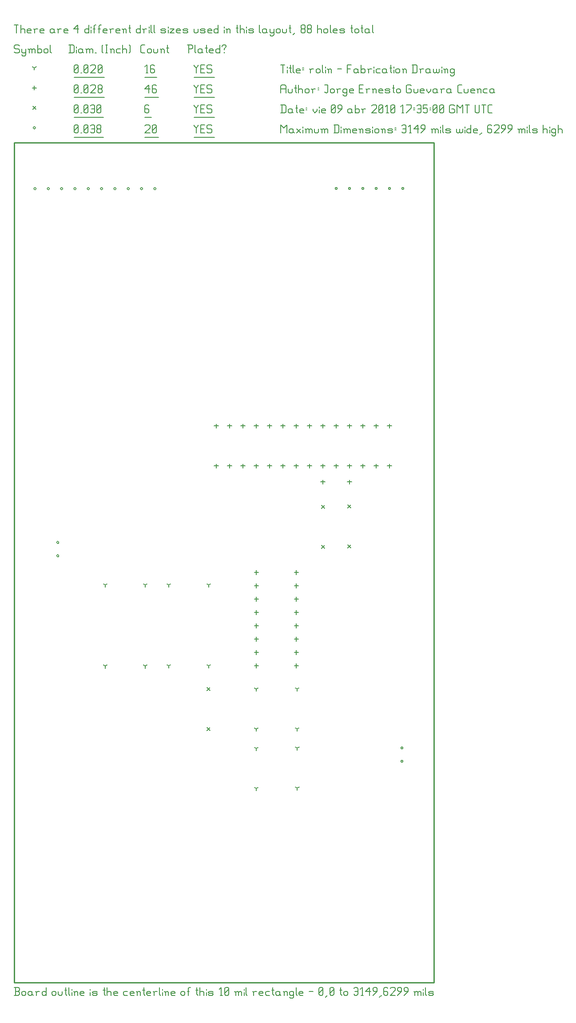
<source format=gbr>
G04 start of page 8 for group -3984 idx -3984 *
G04 Title: rolin, fab *
G04 Creator: pcb 20091103 *
G04 CreationDate: vie 09 abr 2010 17:35:00 GMT UTC *
G04 For: jegc *
G04 Format: Gerber/RS-274X *
G04 PCB-Dimensions: 314961 629921 *
G04 PCB-Coordinate-Origin: lower left *
%MOIN*%
%FSLAX25Y25*%
%LNFAB*%
%ADD19C,0.0100*%
%ADD23C,0.0080*%
%ADD24C,0.0060*%
G54D23*X31759Y330117D02*G75*G03X33359Y330117I800J0D01*G01*
G75*G03X31759Y330117I-800J0D01*G01*
Y320117D02*G75*G03X33359Y320117I800J0D01*G01*
G75*G03X31759Y320117I-800J0D01*G01*
X290027Y176023D02*G75*G03X291627Y176023I800J0D01*G01*
G75*G03X290027Y176023I-800J0D01*G01*
Y166023D02*G75*G03X291627Y166023I800J0D01*G01*
G75*G03X290027Y166023I-800J0D01*G01*
X240736Y595630D02*G75*G03X242336Y595630I800J0D01*G01*
G75*G03X240736Y595630I-800J0D01*G01*
X250736D02*G75*G03X252336Y595630I800J0D01*G01*
G75*G03X250736Y595630I-800J0D01*G01*
X260736D02*G75*G03X262336Y595630I800J0D01*G01*
G75*G03X260736Y595630I-800J0D01*G01*
X270736D02*G75*G03X272336Y595630I800J0D01*G01*
G75*G03X270736Y595630I-800J0D01*G01*
X280736D02*G75*G03X282336Y595630I800J0D01*G01*
G75*G03X280736Y595630I-800J0D01*G01*
X290736D02*G75*G03X292336Y595630I800J0D01*G01*
G75*G03X290736Y595630I-800J0D01*G01*
X104673Y595512D02*G75*G03X106273Y595512I800J0D01*G01*
G75*G03X104673Y595512I-800J0D01*G01*
X94673D02*G75*G03X96273Y595512I800J0D01*G01*
G75*G03X94673Y595512I-800J0D01*G01*
X84673D02*G75*G03X86273Y595512I800J0D01*G01*
G75*G03X84673Y595512I-800J0D01*G01*
X74673D02*G75*G03X76273Y595512I800J0D01*G01*
G75*G03X74673Y595512I-800J0D01*G01*
X64673D02*G75*G03X66273Y595512I800J0D01*G01*
G75*G03X64673Y595512I-800J0D01*G01*
X54673D02*G75*G03X56273Y595512I800J0D01*G01*
G75*G03X54673Y595512I-800J0D01*G01*
X44673D02*G75*G03X46273Y595512I800J0D01*G01*
G75*G03X44673Y595512I-800J0D01*G01*
X34673D02*G75*G03X36273Y595512I800J0D01*G01*
G75*G03X34673Y595512I-800J0D01*G01*
X24673D02*G75*G03X26273Y595512I800J0D01*G01*
G75*G03X24673Y595512I-800J0D01*G01*
X14673D02*G75*G03X16273Y595512I800J0D01*G01*
G75*G03X14673Y595512I-800J0D01*G01*
X14200Y641171D02*G75*G03X15800Y641171I800J0D01*G01*
G75*G03X14200Y641171I-800J0D01*G01*
G54D24*X135000Y643421D02*Y642671D01*
X136500Y641171D01*
X138000Y642671D01*
Y643421D02*Y642671D01*
X136500Y641171D02*Y637421D01*
X139801Y640421D02*X142051D01*
X139801Y637421D02*X142801D01*
X139801Y643421D02*Y637421D01*
Y643421D02*X142801D01*
X147603D02*X148353Y642671D01*
X145353Y643421D02*X147603D01*
X144603Y642671D02*X145353Y643421D01*
X144603Y642671D02*Y641171D01*
X145353Y640421D01*
X147603D01*
X148353Y639671D01*
Y638171D01*
X147603Y637421D02*X148353Y638171D01*
X145353Y637421D02*X147603D01*
X144603Y638171D02*X145353Y637421D01*
X135000Y634170D02*X150154D01*
X98000Y642671D02*X98750Y643421D01*
X101000D01*
X101750Y642671D01*
Y641171D01*
X98000Y637421D02*X101750Y641171D01*
X98000Y637421D02*X101750D01*
X103551Y638171D02*X104301Y637421D01*
X103551Y642671D02*Y638171D01*
Y642671D02*X104301Y643421D01*
X105801D01*
X106551Y642671D01*
Y638171D01*
X105801Y637421D02*X106551Y638171D01*
X104301Y637421D02*X105801D01*
X103551Y638921D02*X106551Y641921D01*
X98000Y634170D02*X108353D01*
X45000Y638171D02*X45750Y637421D01*
X45000Y642671D02*Y638171D01*
Y642671D02*X45750Y643421D01*
X47250D01*
X48000Y642671D01*
Y638171D01*
X47250Y637421D02*X48000Y638171D01*
X45750Y637421D02*X47250D01*
X45000Y638921D02*X48000Y641921D01*
X49801Y637421D02*X50551D01*
X52353Y638171D02*X53103Y637421D01*
X52353Y642671D02*Y638171D01*
Y642671D02*X53103Y643421D01*
X54603D01*
X55353Y642671D01*
Y638171D01*
X54603Y637421D02*X55353Y638171D01*
X53103Y637421D02*X54603D01*
X52353Y638921D02*X55353Y641921D01*
X57154Y642671D02*X57904Y643421D01*
X59404D01*
X60154Y642671D01*
Y638171D01*
X59404Y637421D02*X60154Y638171D01*
X57904Y637421D02*X59404D01*
X57154Y638171D02*X57904Y637421D01*
Y640421D02*X60154D01*
X61956Y638171D02*X62706Y637421D01*
X61956Y639671D02*Y638171D01*
Y639671D02*X62706Y640421D01*
X64206D01*
X64956Y639671D01*
Y638171D01*
X64206Y637421D02*X64956Y638171D01*
X62706Y637421D02*X64206D01*
X61956Y641171D02*X62706Y640421D01*
X61956Y642671D02*Y641171D01*
Y642671D02*X62706Y643421D01*
X64206D01*
X64956Y642671D01*
Y641171D01*
X64206Y640421D02*X64956Y641171D01*
X45000Y634170D02*X66757D01*
X230429Y358166D02*X232829Y355766D01*
X230429D02*X232829Y358166D01*
X230429Y328166D02*X232829Y325766D01*
X230429D02*X232829Y328166D01*
X250239Y358258D02*X252639Y355858D01*
X250239D02*X252639Y358258D01*
X250239Y328258D02*X252639Y325858D01*
X250239D02*X252639Y328258D01*
X144472Y221317D02*X146872Y218917D01*
X144472D02*X146872Y221317D01*
X144472Y191317D02*X146872Y188917D01*
X144472D02*X146872Y191317D01*
X13800Y657371D02*X16200Y654971D01*
X13800D02*X16200Y657371D01*
X135000Y658421D02*Y657671D01*
X136500Y656171D01*
X138000Y657671D01*
Y658421D02*Y657671D01*
X136500Y656171D02*Y652421D01*
X139801Y655421D02*X142051D01*
X139801Y652421D02*X142801D01*
X139801Y658421D02*Y652421D01*
Y658421D02*X142801D01*
X147603D02*X148353Y657671D01*
X145353Y658421D02*X147603D01*
X144603Y657671D02*X145353Y658421D01*
X144603Y657671D02*Y656171D01*
X145353Y655421D01*
X147603D01*
X148353Y654671D01*
Y653171D01*
X147603Y652421D02*X148353Y653171D01*
X145353Y652421D02*X147603D01*
X144603Y653171D02*X145353Y652421D01*
X135000Y649170D02*X150154D01*
X100250Y658421D02*X101000Y657671D01*
X98750Y658421D02*X100250D01*
X98000Y657671D02*X98750Y658421D01*
X98000Y657671D02*Y653171D01*
X98750Y652421D01*
X100250Y655421D02*X101000Y654671D01*
X98000Y655421D02*X100250D01*
X98750Y652421D02*X100250D01*
X101000Y653171D01*
Y654671D02*Y653171D01*
X98000Y649170D02*X102801D01*
X45000Y653171D02*X45750Y652421D01*
X45000Y657671D02*Y653171D01*
Y657671D02*X45750Y658421D01*
X47250D01*
X48000Y657671D01*
Y653171D01*
X47250Y652421D02*X48000Y653171D01*
X45750Y652421D02*X47250D01*
X45000Y653921D02*X48000Y656921D01*
X49801Y652421D02*X50551D01*
X52353Y653171D02*X53103Y652421D01*
X52353Y657671D02*Y653171D01*
Y657671D02*X53103Y658421D01*
X54603D01*
X55353Y657671D01*
Y653171D01*
X54603Y652421D02*X55353Y653171D01*
X53103Y652421D02*X54603D01*
X52353Y653921D02*X55353Y656921D01*
X57154Y657671D02*X57904Y658421D01*
X59404D01*
X60154Y657671D01*
Y653171D01*
X59404Y652421D02*X60154Y653171D01*
X57904Y652421D02*X59404D01*
X57154Y653171D02*X57904Y652421D01*
Y655421D02*X60154D01*
X61956Y653171D02*X62706Y652421D01*
X61956Y657671D02*Y653171D01*
Y657671D02*X62706Y658421D01*
X64206D01*
X64956Y657671D01*
Y653171D01*
X64206Y652421D02*X64956Y653171D01*
X62706Y652421D02*X64206D01*
X61956Y653921D02*X64956Y656921D01*
X45000Y649170D02*X66757D01*
X181655Y309197D02*Y305997D01*
X180055Y307597D02*X183255D01*
X181655Y299197D02*Y295997D01*
X180055Y297597D02*X183255D01*
X181655Y289197D02*Y285997D01*
X180055Y287597D02*X183255D01*
X181655Y279197D02*Y275997D01*
X180055Y277597D02*X183255D01*
X181655Y269197D02*Y265997D01*
X180055Y267597D02*X183255D01*
X181655Y259197D02*Y255997D01*
X180055Y257597D02*X183255D01*
X181655Y249197D02*Y245997D01*
X180055Y247597D02*X183255D01*
X181655Y239197D02*Y235997D01*
X180055Y237597D02*X183255D01*
X211655Y239197D02*Y235997D01*
X210055Y237597D02*X213255D01*
X211655Y249197D02*Y245997D01*
X210055Y247597D02*X213255D01*
X211655Y259197D02*Y255997D01*
X210055Y257597D02*X213255D01*
X211655Y269197D02*Y265997D01*
X210055Y267597D02*X213255D01*
X211655Y279197D02*Y275997D01*
X210055Y277597D02*X213255D01*
X211655Y289197D02*Y285997D01*
X210055Y287597D02*X213255D01*
X211655Y299197D02*Y295997D01*
X210055Y297597D02*X213255D01*
X211655Y309197D02*Y305997D01*
X210055Y307597D02*X213255D01*
X231550Y377136D02*Y373936D01*
X229950Y375536D02*X233150D01*
X251550Y377136D02*Y373936D01*
X249950Y375536D02*X253150D01*
X151576Y389169D02*Y385969D01*
X149976Y387569D02*X153176D01*
X161576Y389169D02*Y385969D01*
X159976Y387569D02*X163176D01*
X171576Y389169D02*Y385969D01*
X169976Y387569D02*X173176D01*
X181576Y389169D02*Y385969D01*
X179976Y387569D02*X183176D01*
X191576Y389169D02*Y385969D01*
X189976Y387569D02*X193176D01*
X201576Y389169D02*Y385969D01*
X199976Y387569D02*X203176D01*
X211576Y389169D02*Y385969D01*
X209976Y387569D02*X213176D01*
X221576Y389169D02*Y385969D01*
X219976Y387569D02*X223176D01*
X231576Y389169D02*Y385969D01*
X229976Y387569D02*X233176D01*
X231576Y419169D02*Y415969D01*
X229976Y417569D02*X233176D01*
X221576Y419169D02*Y415969D01*
X219976Y417569D02*X223176D01*
X211576Y419169D02*Y415969D01*
X209976Y417569D02*X213176D01*
X201576Y419169D02*Y415969D01*
X199976Y417569D02*X203176D01*
X191576Y419169D02*Y415969D01*
X189976Y417569D02*X193176D01*
X181576Y419169D02*Y415969D01*
X179976Y417569D02*X183176D01*
X171576Y419169D02*Y415969D01*
X169976Y417569D02*X173176D01*
X161576Y419169D02*Y415969D01*
X159976Y417569D02*X163176D01*
X151576Y419169D02*Y415969D01*
X149976Y417569D02*X153176D01*
X241576Y389169D02*Y385969D01*
X239976Y387569D02*X243176D01*
X251576Y389169D02*Y385969D01*
X249976Y387569D02*X253176D01*
X261576Y389169D02*Y385969D01*
X259976Y387569D02*X263176D01*
X271576Y389169D02*Y385969D01*
X269976Y387569D02*X273176D01*
X281576Y389169D02*Y385969D01*
X279976Y387569D02*X283176D01*
X241576Y419169D02*Y415969D01*
X239976Y417569D02*X243176D01*
X251576Y419169D02*Y415969D01*
X249976Y417569D02*X253176D01*
X261576Y419169D02*Y415969D01*
X259976Y417569D02*X263176D01*
X271576Y419169D02*Y415969D01*
X269976Y417569D02*X273176D01*
X281576Y419169D02*Y415969D01*
X279976Y417569D02*X283176D01*
X15000Y672771D02*Y669571D01*
X13400Y671171D02*X16600D01*
X135000Y673421D02*Y672671D01*
X136500Y671171D01*
X138000Y672671D01*
Y673421D02*Y672671D01*
X136500Y671171D02*Y667421D01*
X139801Y670421D02*X142051D01*
X139801Y667421D02*X142801D01*
X139801Y673421D02*Y667421D01*
Y673421D02*X142801D01*
X147603D02*X148353Y672671D01*
X145353Y673421D02*X147603D01*
X144603Y672671D02*X145353Y673421D01*
X144603Y672671D02*Y671171D01*
X145353Y670421D01*
X147603D01*
X148353Y669671D01*
Y668171D01*
X147603Y667421D02*X148353Y668171D01*
X145353Y667421D02*X147603D01*
X144603Y668171D02*X145353Y667421D01*
X135000Y664170D02*X150154D01*
X98000Y670421D02*X101000Y673421D01*
X98000Y670421D02*X101750D01*
X101000Y673421D02*Y667421D01*
X105801Y673421D02*X106551Y672671D01*
X104301Y673421D02*X105801D01*
X103551Y672671D02*X104301Y673421D01*
X103551Y672671D02*Y668171D01*
X104301Y667421D01*
X105801Y670421D02*X106551Y669671D01*
X103551Y670421D02*X105801D01*
X104301Y667421D02*X105801D01*
X106551Y668171D01*
Y669671D02*Y668171D01*
X98000Y664170D02*X108353D01*
X45000Y668171D02*X45750Y667421D01*
X45000Y672671D02*Y668171D01*
Y672671D02*X45750Y673421D01*
X47250D01*
X48000Y672671D01*
Y668171D01*
X47250Y667421D02*X48000Y668171D01*
X45750Y667421D02*X47250D01*
X45000Y668921D02*X48000Y671921D01*
X49801Y667421D02*X50551D01*
X52353Y668171D02*X53103Y667421D01*
X52353Y672671D02*Y668171D01*
Y672671D02*X53103Y673421D01*
X54603D01*
X55353Y672671D01*
Y668171D01*
X54603Y667421D02*X55353Y668171D01*
X53103Y667421D02*X54603D01*
X52353Y668921D02*X55353Y671921D01*
X57154Y672671D02*X57904Y673421D01*
X60154D01*
X60904Y672671D01*
Y671171D01*
X57154Y667421D02*X60904Y671171D01*
X57154Y667421D02*X60904D01*
X62706Y668171D02*X63456Y667421D01*
X62706Y669671D02*Y668171D01*
Y669671D02*X63456Y670421D01*
X64956D01*
X65706Y669671D01*
Y668171D01*
X64956Y667421D02*X65706Y668171D01*
X63456Y667421D02*X64956D01*
X62706Y671171D02*X63456Y670421D01*
X62706Y672671D02*Y671171D01*
Y672671D02*X63456Y673421D01*
X64956D01*
X65706Y672671D01*
Y671171D01*
X64956Y670421D02*X65706Y671171D01*
X45000Y664170D02*X67507D01*
X181493Y220123D02*Y218523D01*
Y220123D02*X182879Y220923D01*
X181493Y220123D02*X180107Y220923D01*
X181493Y190123D02*Y188523D01*
Y190123D02*X182879Y190923D01*
X181493Y190123D02*X180107Y190923D01*
X212322Y175909D02*Y174309D01*
Y175909D02*X213708Y176709D01*
X212322Y175909D02*X210936Y176709D01*
X212322Y145909D02*Y144309D01*
Y145909D02*X213708Y146709D01*
X212322Y145909D02*X210936Y146709D01*
X145865Y237519D02*Y235919D01*
Y237519D02*X147251Y238319D01*
X145865Y237519D02*X144479Y238319D01*
X115865Y237519D02*Y235919D01*
Y237519D02*X117251Y238319D01*
X115865Y237519D02*X114479Y238319D01*
X98229Y237441D02*Y235841D01*
Y237441D02*X99615Y238241D01*
X98229Y237441D02*X96843Y238241D01*
X68229Y237441D02*Y235841D01*
Y237441D02*X69615Y238241D01*
X68229Y237441D02*X66843Y238241D01*
X212281Y220320D02*Y218720D01*
Y220320D02*X213667Y221120D01*
X212281Y220320D02*X210895Y221120D01*
X212281Y190320D02*Y188720D01*
Y190320D02*X213667Y191120D01*
X212281Y190320D02*X210895Y191120D01*
X145828Y298228D02*Y296628D01*
Y298228D02*X147214Y299028D01*
X145828Y298228D02*X144442Y299028D01*
X115828Y298228D02*Y296628D01*
Y298228D02*X117214Y299028D01*
X115828Y298228D02*X114442Y299028D01*
X98190Y298268D02*Y296668D01*
Y298268D02*X99576Y299068D01*
X98190Y298268D02*X96804Y299068D01*
X68190Y298268D02*Y296668D01*
Y298268D02*X69576Y299068D01*
X68190Y298268D02*X66804Y299068D01*
X181492Y175556D02*Y173956D01*
Y175556D02*X182878Y176356D01*
X181492Y175556D02*X180106Y176356D01*
X181492Y145556D02*Y143956D01*
Y145556D02*X182878Y146356D01*
X181492Y145556D02*X180106Y146356D01*
X15000Y686171D02*Y684571D01*
Y686171D02*X16386Y686971D01*
X15000Y686171D02*X13614Y686971D01*
X135000Y688421D02*Y687671D01*
X136500Y686171D01*
X138000Y687671D01*
Y688421D02*Y687671D01*
X136500Y686171D02*Y682421D01*
X139801Y685421D02*X142051D01*
X139801Y682421D02*X142801D01*
X139801Y688421D02*Y682421D01*
Y688421D02*X142801D01*
X147603D02*X148353Y687671D01*
X145353Y688421D02*X147603D01*
X144603Y687671D02*X145353Y688421D01*
X144603Y687671D02*Y686171D01*
X145353Y685421D01*
X147603D01*
X148353Y684671D01*
Y683171D01*
X147603Y682421D02*X148353Y683171D01*
X145353Y682421D02*X147603D01*
X144603Y683171D02*X145353Y682421D01*
X135000Y679170D02*X150154D01*
X98750Y682421D02*X100250D01*
X99500Y688421D02*Y682421D01*
X98000Y686921D02*X99500Y688421D01*
X104301D02*X105051Y687671D01*
X102801Y688421D02*X104301D01*
X102051Y687671D02*X102801Y688421D01*
X102051Y687671D02*Y683171D01*
X102801Y682421D01*
X104301Y685421D02*X105051Y684671D01*
X102051Y685421D02*X104301D01*
X102801Y682421D02*X104301D01*
X105051Y683171D01*
Y684671D02*Y683171D01*
X98000Y679170D02*X106853D01*
X45000Y683171D02*X45750Y682421D01*
X45000Y687671D02*Y683171D01*
Y687671D02*X45750Y688421D01*
X47250D01*
X48000Y687671D01*
Y683171D01*
X47250Y682421D02*X48000Y683171D01*
X45750Y682421D02*X47250D01*
X45000Y683921D02*X48000Y686921D01*
X49801Y682421D02*X50551D01*
X52353Y683171D02*X53103Y682421D01*
X52353Y687671D02*Y683171D01*
Y687671D02*X53103Y688421D01*
X54603D01*
X55353Y687671D01*
Y683171D01*
X54603Y682421D02*X55353Y683171D01*
X53103Y682421D02*X54603D01*
X52353Y683921D02*X55353Y686921D01*
X57154Y687671D02*X57904Y688421D01*
X60154D01*
X60904Y687671D01*
Y686171D01*
X57154Y682421D02*X60904Y686171D01*
X57154Y682421D02*X60904D01*
X62706Y683171D02*X63456Y682421D01*
X62706Y687671D02*Y683171D01*
Y687671D02*X63456Y688421D01*
X64956D01*
X65706Y687671D01*
Y683171D01*
X64956Y682421D02*X65706Y683171D01*
X63456Y682421D02*X64956D01*
X62706Y683921D02*X65706Y686921D01*
X45000Y679170D02*X67507D01*
X3000Y703421D02*X3750Y702671D01*
X750Y703421D02*X3000D01*
X0Y702671D02*X750Y703421D01*
X0Y702671D02*Y701171D01*
X750Y700421D01*
X3000D01*
X3750Y699671D01*
Y698171D01*
X3000Y697421D02*X3750Y698171D01*
X750Y697421D02*X3000D01*
X0Y698171D02*X750Y697421D01*
X5551Y700421D02*Y698171D01*
X6301Y697421D01*
X8551Y700421D02*Y695921D01*
X7801Y695171D02*X8551Y695921D01*
X6301Y695171D02*X7801D01*
X5551Y695921D02*X6301Y695171D01*
Y697421D02*X7801D01*
X8551Y698171D01*
X11103Y699671D02*Y697421D01*
Y699671D02*X11853Y700421D01*
X12603D01*
X13353Y699671D01*
Y697421D01*
Y699671D02*X14103Y700421D01*
X14853D01*
X15603Y699671D01*
Y697421D01*
X10353Y700421D02*X11103Y699671D01*
X17404Y703421D02*Y697421D01*
Y698171D02*X18154Y697421D01*
X19654D01*
X20404Y698171D01*
Y699671D02*Y698171D01*
X19654Y700421D02*X20404Y699671D01*
X18154Y700421D02*X19654D01*
X17404Y699671D02*X18154Y700421D01*
X22206Y699671D02*Y698171D01*
Y699671D02*X22956Y700421D01*
X24456D01*
X25206Y699671D01*
Y698171D01*
X24456Y697421D02*X25206Y698171D01*
X22956Y697421D02*X24456D01*
X22206Y698171D02*X22956Y697421D01*
X27007Y703421D02*Y698171D01*
X27757Y697421D01*
X41750Y703421D02*Y697421D01*
X44000Y703421D02*X44750Y702671D01*
Y698171D01*
X44000Y697421D02*X44750Y698171D01*
X41000Y697421D02*X44000D01*
X41000Y703421D02*X44000D01*
X46551Y701921D02*Y701171D01*
Y699671D02*Y697421D01*
X50303Y700421D02*X51053Y699671D01*
X48803Y700421D02*X50303D01*
X48053Y699671D02*X48803Y700421D01*
X48053Y699671D02*Y698171D01*
X48803Y697421D01*
X51053Y700421D02*Y698171D01*
X51803Y697421D01*
X48803D02*X50303D01*
X51053Y698171D01*
X54354Y699671D02*Y697421D01*
Y699671D02*X55104Y700421D01*
X55854D01*
X56604Y699671D01*
Y697421D01*
Y699671D02*X57354Y700421D01*
X58104D01*
X58854Y699671D01*
Y697421D01*
X53604Y700421D02*X54354Y699671D01*
X60656Y697421D02*X61406D01*
X65907Y698171D02*X66657Y697421D01*
X65907Y702671D02*X66657Y703421D01*
X65907Y702671D02*Y698171D01*
X68459Y703421D02*X69959D01*
X69209D02*Y697421D01*
X68459D02*X69959D01*
X72510Y699671D02*Y697421D01*
Y699671D02*X73260Y700421D01*
X74010D01*
X74760Y699671D01*
Y697421D01*
X71760Y700421D02*X72510Y699671D01*
X77312Y700421D02*X79562D01*
X76562Y699671D02*X77312Y700421D01*
X76562Y699671D02*Y698171D01*
X77312Y697421D01*
X79562D01*
X81363Y703421D02*Y697421D01*
Y699671D02*X82113Y700421D01*
X83613D01*
X84363Y699671D01*
Y697421D01*
X86165Y703421D02*X86915Y702671D01*
Y698171D01*
X86165Y697421D02*X86915Y698171D01*
X95750Y697421D02*X98000D01*
X95000Y698171D02*X95750Y697421D01*
X95000Y702671D02*Y698171D01*
Y702671D02*X95750Y703421D01*
X98000D01*
X99801Y699671D02*Y698171D01*
Y699671D02*X100551Y700421D01*
X102051D01*
X102801Y699671D01*
Y698171D01*
X102051Y697421D02*X102801Y698171D01*
X100551Y697421D02*X102051D01*
X99801Y698171D02*X100551Y697421D01*
X104603Y700421D02*Y698171D01*
X105353Y697421D01*
X106853D01*
X107603Y698171D01*
Y700421D02*Y698171D01*
X110154Y699671D02*Y697421D01*
Y699671D02*X110904Y700421D01*
X111654D01*
X112404Y699671D01*
Y697421D01*
X109404Y700421D02*X110154Y699671D01*
X114956Y703421D02*Y698171D01*
X115706Y697421D01*
X114206Y701171D02*X115706D01*
X130750Y703421D02*Y697421D01*
X130000Y703421D02*X133000D01*
X133750Y702671D01*
Y701171D01*
X133000Y700421D02*X133750Y701171D01*
X130750Y700421D02*X133000D01*
X135551Y703421D02*Y698171D01*
X136301Y697421D01*
X140053Y700421D02*X140803Y699671D01*
X138553Y700421D02*X140053D01*
X137803Y699671D02*X138553Y700421D01*
X137803Y699671D02*Y698171D01*
X138553Y697421D01*
X140803Y700421D02*Y698171D01*
X141553Y697421D01*
X138553D02*X140053D01*
X140803Y698171D01*
X144104Y703421D02*Y698171D01*
X144854Y697421D01*
X143354Y701171D02*X144854D01*
X147106Y697421D02*X149356D01*
X146356Y698171D02*X147106Y697421D01*
X146356Y699671D02*Y698171D01*
Y699671D02*X147106Y700421D01*
X148606D01*
X149356Y699671D01*
X146356Y698921D02*X149356D01*
Y699671D02*Y698921D01*
X154157Y703421D02*Y697421D01*
X153407D02*X154157Y698171D01*
X151907Y697421D02*X153407D01*
X151157Y698171D02*X151907Y697421D01*
X151157Y699671D02*Y698171D01*
Y699671D02*X151907Y700421D01*
X153407D01*
X154157Y699671D01*
X157459Y700421D02*Y699671D01*
Y698171D02*Y697421D01*
X155959Y702671D02*Y701921D01*
Y702671D02*X156709Y703421D01*
X158209D01*
X158959Y702671D01*
Y701921D01*
X157459Y700421D02*X158959Y701921D01*
X0Y718421D02*X3000D01*
X1500D02*Y712421D01*
X4801Y718421D02*Y712421D01*
Y714671D02*X5551Y715421D01*
X7051D01*
X7801Y714671D01*
Y712421D01*
X10353D02*X12603D01*
X9603Y713171D02*X10353Y712421D01*
X9603Y714671D02*Y713171D01*
Y714671D02*X10353Y715421D01*
X11853D01*
X12603Y714671D01*
X9603Y713921D02*X12603D01*
Y714671D02*Y713921D01*
X15154Y714671D02*Y712421D01*
Y714671D02*X15904Y715421D01*
X17404D01*
X14404D02*X15154Y714671D01*
X19956Y712421D02*X22206D01*
X19206Y713171D02*X19956Y712421D01*
X19206Y714671D02*Y713171D01*
Y714671D02*X19956Y715421D01*
X21456D01*
X22206Y714671D01*
X19206Y713921D02*X22206D01*
Y714671D02*Y713921D01*
X28957Y715421D02*X29707Y714671D01*
X27457Y715421D02*X28957D01*
X26707Y714671D02*X27457Y715421D01*
X26707Y714671D02*Y713171D01*
X27457Y712421D01*
X29707Y715421D02*Y713171D01*
X30457Y712421D01*
X27457D02*X28957D01*
X29707Y713171D01*
X33009Y714671D02*Y712421D01*
Y714671D02*X33759Y715421D01*
X35259D01*
X32259D02*X33009Y714671D01*
X37810Y712421D02*X40060D01*
X37060Y713171D02*X37810Y712421D01*
X37060Y714671D02*Y713171D01*
Y714671D02*X37810Y715421D01*
X39310D01*
X40060Y714671D01*
X37060Y713921D02*X40060D01*
Y714671D02*Y713921D01*
X44562Y715421D02*X47562Y718421D01*
X44562Y715421D02*X48312D01*
X47562Y718421D02*Y712421D01*
X55813Y718421D02*Y712421D01*
X55063D02*X55813Y713171D01*
X53563Y712421D02*X55063D01*
X52813Y713171D02*X53563Y712421D01*
X52813Y714671D02*Y713171D01*
Y714671D02*X53563Y715421D01*
X55063D01*
X55813Y714671D01*
X57615Y716921D02*Y716171D01*
Y714671D02*Y712421D01*
X59866Y717671D02*Y712421D01*
Y717671D02*X60616Y718421D01*
X61366D01*
X59116Y715421D02*X60616D01*
X63618Y717671D02*Y712421D01*
Y717671D02*X64368Y718421D01*
X65118D01*
X62868Y715421D02*X64368D01*
X67369Y712421D02*X69619D01*
X66619Y713171D02*X67369Y712421D01*
X66619Y714671D02*Y713171D01*
Y714671D02*X67369Y715421D01*
X68869D01*
X69619Y714671D01*
X66619Y713921D02*X69619D01*
Y714671D02*Y713921D01*
X72171Y714671D02*Y712421D01*
Y714671D02*X72921Y715421D01*
X74421D01*
X71421D02*X72171Y714671D01*
X76972Y712421D02*X79222D01*
X76222Y713171D02*X76972Y712421D01*
X76222Y714671D02*Y713171D01*
Y714671D02*X76972Y715421D01*
X78472D01*
X79222Y714671D01*
X76222Y713921D02*X79222D01*
Y714671D02*Y713921D01*
X81774Y714671D02*Y712421D01*
Y714671D02*X82524Y715421D01*
X83274D01*
X84024Y714671D01*
Y712421D01*
X81024Y715421D02*X81774Y714671D01*
X86575Y718421D02*Y713171D01*
X87325Y712421D01*
X85825Y716171D02*X87325D01*
X94527Y718421D02*Y712421D01*
X93777D02*X94527Y713171D01*
X92277Y712421D02*X93777D01*
X91527Y713171D02*X92277Y712421D01*
X91527Y714671D02*Y713171D01*
Y714671D02*X92277Y715421D01*
X93777D01*
X94527Y714671D01*
X97078D02*Y712421D01*
Y714671D02*X97828Y715421D01*
X99328D01*
X96328D02*X97078Y714671D01*
X101130Y716921D02*Y716171D01*
Y714671D02*Y712421D01*
X102631Y718421D02*Y713171D01*
X103381Y712421D01*
X104883Y718421D02*Y713171D01*
X105633Y712421D01*
X110584D02*X112834D01*
X113584Y713171D01*
X112834Y713921D02*X113584Y713171D01*
X110584Y713921D02*X112834D01*
X109834Y714671D02*X110584Y713921D01*
X109834Y714671D02*X110584Y715421D01*
X112834D01*
X113584Y714671D01*
X109834Y713171D02*X110584Y712421D01*
X115386Y716921D02*Y716171D01*
Y714671D02*Y712421D01*
X116887Y715421D02*X119887D01*
X116887Y712421D02*X119887Y715421D01*
X116887Y712421D02*X119887D01*
X122439D02*X124689D01*
X121689Y713171D02*X122439Y712421D01*
X121689Y714671D02*Y713171D01*
Y714671D02*X122439Y715421D01*
X123939D01*
X124689Y714671D01*
X121689Y713921D02*X124689D01*
Y714671D02*Y713921D01*
X127240Y712421D02*X129490D01*
X130240Y713171D01*
X129490Y713921D02*X130240Y713171D01*
X127240Y713921D02*X129490D01*
X126490Y714671D02*X127240Y713921D01*
X126490Y714671D02*X127240Y715421D01*
X129490D01*
X130240Y714671D01*
X126490Y713171D02*X127240Y712421D01*
X134742Y715421D02*Y713171D01*
X135492Y712421D01*
X136992D01*
X137742Y713171D01*
Y715421D02*Y713171D01*
X140293Y712421D02*X142543D01*
X143293Y713171D01*
X142543Y713921D02*X143293Y713171D01*
X140293Y713921D02*X142543D01*
X139543Y714671D02*X140293Y713921D01*
X139543Y714671D02*X140293Y715421D01*
X142543D01*
X143293Y714671D01*
X139543Y713171D02*X140293Y712421D01*
X145845D02*X148095D01*
X145095Y713171D02*X145845Y712421D01*
X145095Y714671D02*Y713171D01*
Y714671D02*X145845Y715421D01*
X147345D01*
X148095Y714671D01*
X145095Y713921D02*X148095D01*
Y714671D02*Y713921D01*
X152896Y718421D02*Y712421D01*
X152146D02*X152896Y713171D01*
X150646Y712421D02*X152146D01*
X149896Y713171D02*X150646Y712421D01*
X149896Y714671D02*Y713171D01*
Y714671D02*X150646Y715421D01*
X152146D01*
X152896Y714671D01*
X157398Y716921D02*Y716171D01*
Y714671D02*Y712421D01*
X159649Y714671D02*Y712421D01*
Y714671D02*X160399Y715421D01*
X161149D01*
X161899Y714671D01*
Y712421D01*
X158899Y715421D02*X159649Y714671D01*
X167151Y718421D02*Y713171D01*
X167901Y712421D01*
X166401Y716171D02*X167901D01*
X169402Y718421D02*Y712421D01*
Y714671D02*X170152Y715421D01*
X171652D01*
X172402Y714671D01*
Y712421D01*
X174204Y716921D02*Y716171D01*
Y714671D02*Y712421D01*
X176455D02*X178705D01*
X179455Y713171D01*
X178705Y713921D02*X179455Y713171D01*
X176455Y713921D02*X178705D01*
X175705Y714671D02*X176455Y713921D01*
X175705Y714671D02*X176455Y715421D01*
X178705D01*
X179455Y714671D01*
X175705Y713171D02*X176455Y712421D01*
X183957Y718421D02*Y713171D01*
X184707Y712421D01*
X188458Y715421D02*X189208Y714671D01*
X186958Y715421D02*X188458D01*
X186208Y714671D02*X186958Y715421D01*
X186208Y714671D02*Y713171D01*
X186958Y712421D01*
X189208Y715421D02*Y713171D01*
X189958Y712421D01*
X186958D02*X188458D01*
X189208Y713171D01*
X191760Y715421D02*Y713171D01*
X192510Y712421D01*
X194760Y715421D02*Y710921D01*
X194010Y710171D02*X194760Y710921D01*
X192510Y710171D02*X194010D01*
X191760Y710921D02*X192510Y710171D01*
Y712421D02*X194010D01*
X194760Y713171D01*
X196561Y714671D02*Y713171D01*
Y714671D02*X197311Y715421D01*
X198811D01*
X199561Y714671D01*
Y713171D01*
X198811Y712421D02*X199561Y713171D01*
X197311Y712421D02*X198811D01*
X196561Y713171D02*X197311Y712421D01*
X201363Y715421D02*Y713171D01*
X202113Y712421D01*
X203613D01*
X204363Y713171D01*
Y715421D02*Y713171D01*
X206914Y718421D02*Y713171D01*
X207664Y712421D01*
X206164Y716171D02*X207664D01*
X209166Y710921D02*X210666Y712421D01*
X215167Y713171D02*X215917Y712421D01*
X215167Y714671D02*Y713171D01*
Y714671D02*X215917Y715421D01*
X217417D01*
X218167Y714671D01*
Y713171D01*
X217417Y712421D02*X218167Y713171D01*
X215917Y712421D02*X217417D01*
X215167Y716171D02*X215917Y715421D01*
X215167Y717671D02*Y716171D01*
Y717671D02*X215917Y718421D01*
X217417D01*
X218167Y717671D01*
Y716171D01*
X217417Y715421D02*X218167Y716171D01*
X219969Y713171D02*X220719Y712421D01*
X219969Y714671D02*Y713171D01*
Y714671D02*X220719Y715421D01*
X222219D01*
X222969Y714671D01*
Y713171D01*
X222219Y712421D02*X222969Y713171D01*
X220719Y712421D02*X222219D01*
X219969Y716171D02*X220719Y715421D01*
X219969Y717671D02*Y716171D01*
Y717671D02*X220719Y718421D01*
X222219D01*
X222969Y717671D01*
Y716171D01*
X222219Y715421D02*X222969Y716171D01*
X227470Y718421D02*Y712421D01*
Y714671D02*X228220Y715421D01*
X229720D01*
X230470Y714671D01*
Y712421D01*
X232272Y714671D02*Y713171D01*
Y714671D02*X233022Y715421D01*
X234522D01*
X235272Y714671D01*
Y713171D01*
X234522Y712421D02*X235272Y713171D01*
X233022Y712421D02*X234522D01*
X232272Y713171D02*X233022Y712421D01*
X237073Y718421D02*Y713171D01*
X237823Y712421D01*
X240075D02*X242325D01*
X239325Y713171D02*X240075Y712421D01*
X239325Y714671D02*Y713171D01*
Y714671D02*X240075Y715421D01*
X241575D01*
X242325Y714671D01*
X239325Y713921D02*X242325D01*
Y714671D02*Y713921D01*
X244876Y712421D02*X247126D01*
X247876Y713171D01*
X247126Y713921D02*X247876Y713171D01*
X244876Y713921D02*X247126D01*
X244126Y714671D02*X244876Y713921D01*
X244126Y714671D02*X244876Y715421D01*
X247126D01*
X247876Y714671D01*
X244126Y713171D02*X244876Y712421D01*
X253128Y718421D02*Y713171D01*
X253878Y712421D01*
X252378Y716171D02*X253878D01*
X255379Y714671D02*Y713171D01*
Y714671D02*X256129Y715421D01*
X257629D01*
X258379Y714671D01*
Y713171D01*
X257629Y712421D02*X258379Y713171D01*
X256129Y712421D02*X257629D01*
X255379Y713171D02*X256129Y712421D01*
X260931Y718421D02*Y713171D01*
X261681Y712421D01*
X260181Y716171D02*X261681D01*
X265432Y715421D02*X266182Y714671D01*
X263932Y715421D02*X265432D01*
X263182Y714671D02*X263932Y715421D01*
X263182Y714671D02*Y713171D01*
X263932Y712421D01*
X266182Y715421D02*Y713171D01*
X266932Y712421D01*
X263932D02*X265432D01*
X266182Y713171D01*
X268734Y718421D02*Y713171D01*
X269484Y712421D01*
G54D19*X0Y629921D02*X314961D01*
X0D02*Y0D01*
X314961Y629921D02*Y0D01*
X0D02*X314961D01*
G54D24*X200000Y643421D02*Y637421D01*
Y643421D02*X202250Y641171D01*
X204500Y643421D01*
Y637421D01*
X208551Y640421D02*X209301Y639671D01*
X207051Y640421D02*X208551D01*
X206301Y639671D02*X207051Y640421D01*
X206301Y639671D02*Y638171D01*
X207051Y637421D01*
X209301Y640421D02*Y638171D01*
X210051Y637421D01*
X207051D02*X208551D01*
X209301Y638171D01*
X211853Y640421D02*X214853Y637421D01*
X211853D02*X214853Y640421D01*
X216654Y641921D02*Y641171D01*
Y639671D02*Y637421D01*
X218906Y639671D02*Y637421D01*
Y639671D02*X219656Y640421D01*
X220406D01*
X221156Y639671D01*
Y637421D01*
Y639671D02*X221906Y640421D01*
X222656D01*
X223406Y639671D01*
Y637421D01*
X218156Y640421D02*X218906Y639671D01*
X225207Y640421D02*Y638171D01*
X225957Y637421D01*
X227457D01*
X228207Y638171D01*
Y640421D02*Y638171D01*
X230759Y639671D02*Y637421D01*
Y639671D02*X231509Y640421D01*
X232259D01*
X233009Y639671D01*
Y637421D01*
Y639671D02*X233759Y640421D01*
X234509D01*
X235259Y639671D01*
Y637421D01*
X230009Y640421D02*X230759Y639671D01*
X240510Y643421D02*Y637421D01*
X242760Y643421D02*X243510Y642671D01*
Y638171D01*
X242760Y637421D02*X243510Y638171D01*
X239760Y637421D02*X242760D01*
X239760Y643421D02*X242760D01*
X245312Y641921D02*Y641171D01*
Y639671D02*Y637421D01*
X247563Y639671D02*Y637421D01*
Y639671D02*X248313Y640421D01*
X249063D01*
X249813Y639671D01*
Y637421D01*
Y639671D02*X250563Y640421D01*
X251313D01*
X252063Y639671D01*
Y637421D01*
X246813Y640421D02*X247563Y639671D01*
X254615Y637421D02*X256865D01*
X253865Y638171D02*X254615Y637421D01*
X253865Y639671D02*Y638171D01*
Y639671D02*X254615Y640421D01*
X256115D01*
X256865Y639671D01*
X253865Y638921D02*X256865D01*
Y639671D02*Y638921D01*
X259416Y639671D02*Y637421D01*
Y639671D02*X260166Y640421D01*
X260916D01*
X261666Y639671D01*
Y637421D01*
X258666Y640421D02*X259416Y639671D01*
X264218Y637421D02*X266468D01*
X267218Y638171D01*
X266468Y638921D02*X267218Y638171D01*
X264218Y638921D02*X266468D01*
X263468Y639671D02*X264218Y638921D01*
X263468Y639671D02*X264218Y640421D01*
X266468D01*
X267218Y639671D01*
X263468Y638171D02*X264218Y637421D01*
X269019Y641921D02*Y641171D01*
Y639671D02*Y637421D01*
X270521Y639671D02*Y638171D01*
Y639671D02*X271271Y640421D01*
X272771D01*
X273521Y639671D01*
Y638171D01*
X272771Y637421D02*X273521Y638171D01*
X271271Y637421D02*X272771D01*
X270521Y638171D02*X271271Y637421D01*
X276072Y639671D02*Y637421D01*
Y639671D02*X276822Y640421D01*
X277572D01*
X278322Y639671D01*
Y637421D01*
X275322Y640421D02*X276072Y639671D01*
X280874Y637421D02*X283124D01*
X283874Y638171D01*
X283124Y638921D02*X283874Y638171D01*
X280874Y638921D02*X283124D01*
X280124Y639671D02*X280874Y638921D01*
X280124Y639671D02*X280874Y640421D01*
X283124D01*
X283874Y639671D01*
X280124Y638171D02*X280874Y637421D01*
X285675Y641171D02*X286425D01*
X285675Y639671D02*X286425D01*
X290927Y642671D02*X291677Y643421D01*
X293177D01*
X293927Y642671D01*
Y638171D01*
X293177Y637421D02*X293927Y638171D01*
X291677Y637421D02*X293177D01*
X290927Y638171D02*X291677Y637421D01*
Y640421D02*X293927D01*
X296478Y637421D02*X297978D01*
X297228Y643421D02*Y637421D01*
X295728Y641921D02*X297228Y643421D01*
X299780Y640421D02*X302780Y643421D01*
X299780Y640421D02*X303530D01*
X302780Y643421D02*Y637421D01*
X305331D02*X308331Y640421D01*
Y642671D02*Y640421D01*
X307581Y643421D02*X308331Y642671D01*
X306081Y643421D02*X307581D01*
X305331Y642671D02*X306081Y643421D01*
X305331Y642671D02*Y641171D01*
X306081Y640421D01*
X308331D01*
X313583Y639671D02*Y637421D01*
Y639671D02*X314333Y640421D01*
X315083D01*
X315833Y639671D01*
Y637421D01*
Y639671D02*X316583Y640421D01*
X317333D01*
X318083Y639671D01*
Y637421D01*
X312833Y640421D02*X313583Y639671D01*
X319884Y641921D02*Y641171D01*
Y639671D02*Y637421D01*
X321386Y643421D02*Y638171D01*
X322136Y637421D01*
X324387D02*X326637D01*
X327387Y638171D01*
X326637Y638921D02*X327387Y638171D01*
X324387Y638921D02*X326637D01*
X323637Y639671D02*X324387Y638921D01*
X323637Y639671D02*X324387Y640421D01*
X326637D01*
X327387Y639671D01*
X323637Y638171D02*X324387Y637421D01*
X331889Y640421D02*Y638171D01*
X332639Y637421D01*
X333389D01*
X334139Y638171D01*
Y640421D02*Y638171D01*
X334889Y637421D01*
X335639D01*
X336389Y638171D01*
Y640421D02*Y638171D01*
X338190Y641921D02*Y641171D01*
Y639671D02*Y637421D01*
X342692Y643421D02*Y637421D01*
X341942D02*X342692Y638171D01*
X340442Y637421D02*X341942D01*
X339692Y638171D02*X340442Y637421D01*
X339692Y639671D02*Y638171D01*
Y639671D02*X340442Y640421D01*
X341942D01*
X342692Y639671D01*
X345243Y637421D02*X347493D01*
X344493Y638171D02*X345243Y637421D01*
X344493Y639671D02*Y638171D01*
Y639671D02*X345243Y640421D01*
X346743D01*
X347493Y639671D01*
X344493Y638921D02*X347493D01*
Y639671D02*Y638921D01*
X349295Y635921D02*X350795Y637421D01*
X357546Y643421D02*X358296Y642671D01*
X356046Y643421D02*X357546D01*
X355296Y642671D02*X356046Y643421D01*
X355296Y642671D02*Y638171D01*
X356046Y637421D01*
X357546Y640421D02*X358296Y639671D01*
X355296Y640421D02*X357546D01*
X356046Y637421D02*X357546D01*
X358296Y638171D01*
Y639671D02*Y638171D01*
X360098Y642671D02*X360848Y643421D01*
X363098D01*
X363848Y642671D01*
Y641171D01*
X360098Y637421D02*X363848Y641171D01*
X360098Y637421D02*X363848D01*
X365649D02*X368649Y640421D01*
Y642671D02*Y640421D01*
X367899Y643421D02*X368649Y642671D01*
X366399Y643421D02*X367899D01*
X365649Y642671D02*X366399Y643421D01*
X365649Y642671D02*Y641171D01*
X366399Y640421D01*
X368649D01*
X370451Y637421D02*X373451Y640421D01*
Y642671D02*Y640421D01*
X372701Y643421D02*X373451Y642671D01*
X371201Y643421D02*X372701D01*
X370451Y642671D02*X371201Y643421D01*
X370451Y642671D02*Y641171D01*
X371201Y640421D01*
X373451D01*
X378702Y639671D02*Y637421D01*
Y639671D02*X379452Y640421D01*
X380202D01*
X380952Y639671D01*
Y637421D01*
Y639671D02*X381702Y640421D01*
X382452D01*
X383202Y639671D01*
Y637421D01*
X377952Y640421D02*X378702Y639671D01*
X385004Y641921D02*Y641171D01*
Y639671D02*Y637421D01*
X386505Y643421D02*Y638171D01*
X387255Y637421D01*
X389507D02*X391757D01*
X392507Y638171D01*
X391757Y638921D02*X392507Y638171D01*
X389507Y638921D02*X391757D01*
X388757Y639671D02*X389507Y638921D01*
X388757Y639671D02*X389507Y640421D01*
X391757D01*
X392507Y639671D01*
X388757Y638171D02*X389507Y637421D01*
X397008Y643421D02*Y637421D01*
Y639671D02*X397758Y640421D01*
X399258D01*
X400008Y639671D01*
Y637421D01*
X401810Y641921D02*Y641171D01*
Y639671D02*Y637421D01*
X405561Y640421D02*X406311Y639671D01*
X404061Y640421D02*X405561D01*
X403311Y639671D02*X404061Y640421D01*
X403311Y639671D02*Y638171D01*
X404061Y637421D01*
X405561D01*
X406311Y638171D01*
X403311Y635921D02*X404061Y635171D01*
X405561D01*
X406311Y635921D01*
Y640421D02*Y635921D01*
X408113Y643421D02*Y637421D01*
Y639671D02*X408863Y640421D01*
X410363D01*
X411113Y639671D01*
Y637421D01*
X0Y-9500D02*X3000D01*
X3750Y-8750D01*
Y-7250D02*Y-8750D01*
X3000Y-6500D02*X3750Y-7250D01*
X750Y-6500D02*X3000D01*
X750Y-3500D02*Y-9500D01*
X0Y-3500D02*X3000D01*
X3750Y-4250D01*
Y-5750D01*
X3000Y-6500D02*X3750Y-5750D01*
X5551Y-7250D02*Y-8750D01*
Y-7250D02*X6301Y-6500D01*
X7801D01*
X8551Y-7250D01*
Y-8750D01*
X7801Y-9500D02*X8551Y-8750D01*
X6301Y-9500D02*X7801D01*
X5551Y-8750D02*X6301Y-9500D01*
X12603Y-6500D02*X13353Y-7250D01*
X11103Y-6500D02*X12603D01*
X10353Y-7250D02*X11103Y-6500D01*
X10353Y-7250D02*Y-8750D01*
X11103Y-9500D01*
X13353Y-6500D02*Y-8750D01*
X14103Y-9500D01*
X11103D02*X12603D01*
X13353Y-8750D01*
X16654Y-7250D02*Y-9500D01*
Y-7250D02*X17404Y-6500D01*
X18904D01*
X15904D02*X16654Y-7250D01*
X23706Y-3500D02*Y-9500D01*
X22956D02*X23706Y-8750D01*
X21456Y-9500D02*X22956D01*
X20706Y-8750D02*X21456Y-9500D01*
X20706Y-7250D02*Y-8750D01*
Y-7250D02*X21456Y-6500D01*
X22956D01*
X23706Y-7250D01*
X28207D02*Y-8750D01*
Y-7250D02*X28957Y-6500D01*
X30457D01*
X31207Y-7250D01*
Y-8750D01*
X30457Y-9500D02*X31207Y-8750D01*
X28957Y-9500D02*X30457D01*
X28207Y-8750D02*X28957Y-9500D01*
X33009Y-6500D02*Y-8750D01*
X33759Y-9500D01*
X35259D01*
X36009Y-8750D01*
Y-6500D02*Y-8750D01*
X38560Y-3500D02*Y-8750D01*
X39310Y-9500D01*
X37810Y-5750D02*X39310D01*
X40812Y-3500D02*Y-8750D01*
X41562Y-9500D01*
X43063Y-5000D02*Y-5750D01*
Y-7250D02*Y-9500D01*
X45315Y-7250D02*Y-9500D01*
Y-7250D02*X46065Y-6500D01*
X46815D01*
X47565Y-7250D01*
Y-9500D01*
X44565Y-6500D02*X45315Y-7250D01*
X50116Y-9500D02*X52366D01*
X49366Y-8750D02*X50116Y-9500D01*
X49366Y-7250D02*Y-8750D01*
Y-7250D02*X50116Y-6500D01*
X51616D01*
X52366Y-7250D01*
X49366Y-8000D02*X52366D01*
Y-7250D02*Y-8000D01*
X56868Y-5000D02*Y-5750D01*
Y-7250D02*Y-9500D01*
X59119D02*X61369D01*
X62119Y-8750D01*
X61369Y-8000D02*X62119Y-8750D01*
X59119Y-8000D02*X61369D01*
X58369Y-7250D02*X59119Y-8000D01*
X58369Y-7250D02*X59119Y-6500D01*
X61369D01*
X62119Y-7250D01*
X58369Y-8750D02*X59119Y-9500D01*
X67371Y-3500D02*Y-8750D01*
X68121Y-9500D01*
X66621Y-5750D02*X68121D01*
X69622Y-3500D02*Y-9500D01*
Y-7250D02*X70372Y-6500D01*
X71872D01*
X72622Y-7250D01*
Y-9500D01*
X75174D02*X77424D01*
X74424Y-8750D02*X75174Y-9500D01*
X74424Y-7250D02*Y-8750D01*
Y-7250D02*X75174Y-6500D01*
X76674D01*
X77424Y-7250D01*
X74424Y-8000D02*X77424D01*
Y-7250D02*Y-8000D01*
X82675Y-6500D02*X84925D01*
X81925Y-7250D02*X82675Y-6500D01*
X81925Y-7250D02*Y-8750D01*
X82675Y-9500D01*
X84925D01*
X87477D02*X89727D01*
X86727Y-8750D02*X87477Y-9500D01*
X86727Y-7250D02*Y-8750D01*
Y-7250D02*X87477Y-6500D01*
X88977D01*
X89727Y-7250D01*
X86727Y-8000D02*X89727D01*
Y-7250D02*Y-8000D01*
X92278Y-7250D02*Y-9500D01*
Y-7250D02*X93028Y-6500D01*
X93778D01*
X94528Y-7250D01*
Y-9500D01*
X91528Y-6500D02*X92278Y-7250D01*
X97080Y-3500D02*Y-8750D01*
X97830Y-9500D01*
X96330Y-5750D02*X97830D01*
X100081Y-9500D02*X102331D01*
X99331Y-8750D02*X100081Y-9500D01*
X99331Y-7250D02*Y-8750D01*
Y-7250D02*X100081Y-6500D01*
X101581D01*
X102331Y-7250D01*
X99331Y-8000D02*X102331D01*
Y-7250D02*Y-8000D01*
X104883Y-7250D02*Y-9500D01*
Y-7250D02*X105633Y-6500D01*
X107133D01*
X104133D02*X104883Y-7250D01*
X108934Y-3500D02*Y-8750D01*
X109684Y-9500D01*
X111186Y-5000D02*Y-5750D01*
Y-7250D02*Y-9500D01*
X113437Y-7250D02*Y-9500D01*
Y-7250D02*X114187Y-6500D01*
X114937D01*
X115687Y-7250D01*
Y-9500D01*
X112687Y-6500D02*X113437Y-7250D01*
X118239Y-9500D02*X120489D01*
X117489Y-8750D02*X118239Y-9500D01*
X117489Y-7250D02*Y-8750D01*
Y-7250D02*X118239Y-6500D01*
X119739D01*
X120489Y-7250D01*
X117489Y-8000D02*X120489D01*
Y-7250D02*Y-8000D01*
X124990Y-7250D02*Y-8750D01*
Y-7250D02*X125740Y-6500D01*
X127240D01*
X127990Y-7250D01*
Y-8750D01*
X127240Y-9500D02*X127990Y-8750D01*
X125740Y-9500D02*X127240D01*
X124990Y-8750D02*X125740Y-9500D01*
X130542Y-4250D02*Y-9500D01*
Y-4250D02*X131292Y-3500D01*
X132042D01*
X129792Y-6500D02*X131292D01*
X136993Y-3500D02*Y-8750D01*
X137743Y-9500D01*
X136243Y-5750D02*X137743D01*
X139245Y-3500D02*Y-9500D01*
Y-7250D02*X139995Y-6500D01*
X141495D01*
X142245Y-7250D01*
Y-9500D01*
X144046Y-5000D02*Y-5750D01*
Y-7250D02*Y-9500D01*
X146298D02*X148548D01*
X149298Y-8750D01*
X148548Y-8000D02*X149298Y-8750D01*
X146298Y-8000D02*X148548D01*
X145548Y-7250D02*X146298Y-8000D01*
X145548Y-7250D02*X146298Y-6500D01*
X148548D01*
X149298Y-7250D01*
X145548Y-8750D02*X146298Y-9500D01*
X154549D02*X156049D01*
X155299Y-3500D02*Y-9500D01*
X153799Y-5000D02*X155299Y-3500D01*
X157851Y-8750D02*X158601Y-9500D01*
X157851Y-4250D02*Y-8750D01*
Y-4250D02*X158601Y-3500D01*
X160101D01*
X160851Y-4250D01*
Y-8750D01*
X160101Y-9500D02*X160851Y-8750D01*
X158601Y-9500D02*X160101D01*
X157851Y-8000D02*X160851Y-5000D01*
X166102Y-7250D02*Y-9500D01*
Y-7250D02*X166852Y-6500D01*
X167602D01*
X168352Y-7250D01*
Y-9500D01*
Y-7250D02*X169102Y-6500D01*
X169852D01*
X170602Y-7250D01*
Y-9500D01*
X165352Y-6500D02*X166102Y-7250D01*
X172404Y-5000D02*Y-5750D01*
Y-7250D02*Y-9500D01*
X173905Y-3500D02*Y-8750D01*
X174655Y-9500D01*
X179607Y-7250D02*Y-9500D01*
Y-7250D02*X180357Y-6500D01*
X181857D01*
X178857D02*X179607Y-7250D01*
X184408Y-9500D02*X186658D01*
X183658Y-8750D02*X184408Y-9500D01*
X183658Y-7250D02*Y-8750D01*
Y-7250D02*X184408Y-6500D01*
X185908D01*
X186658Y-7250D01*
X183658Y-8000D02*X186658D01*
Y-7250D02*Y-8000D01*
X189210Y-6500D02*X191460D01*
X188460Y-7250D02*X189210Y-6500D01*
X188460Y-7250D02*Y-8750D01*
X189210Y-9500D01*
X191460D01*
X194011Y-3500D02*Y-8750D01*
X194761Y-9500D01*
X193261Y-5750D02*X194761D01*
X198513Y-6500D02*X199263Y-7250D01*
X197013Y-6500D02*X198513D01*
X196263Y-7250D02*X197013Y-6500D01*
X196263Y-7250D02*Y-8750D01*
X197013Y-9500D01*
X199263Y-6500D02*Y-8750D01*
X200013Y-9500D01*
X197013D02*X198513D01*
X199263Y-8750D01*
X202564Y-7250D02*Y-9500D01*
Y-7250D02*X203314Y-6500D01*
X204064D01*
X204814Y-7250D01*
Y-9500D01*
X201814Y-6500D02*X202564Y-7250D01*
X208866Y-6500D02*X209616Y-7250D01*
X207366Y-6500D02*X208866D01*
X206616Y-7250D02*X207366Y-6500D01*
X206616Y-7250D02*Y-8750D01*
X207366Y-9500D01*
X208866D01*
X209616Y-8750D01*
X206616Y-11000D02*X207366Y-11750D01*
X208866D01*
X209616Y-11000D01*
Y-6500D02*Y-11000D01*
X211417Y-3500D02*Y-8750D01*
X212167Y-9500D01*
X214419D02*X216669D01*
X213669Y-8750D02*X214419Y-9500D01*
X213669Y-7250D02*Y-8750D01*
Y-7250D02*X214419Y-6500D01*
X215919D01*
X216669Y-7250D01*
X213669Y-8000D02*X216669D01*
Y-7250D02*Y-8000D01*
X221170Y-6500D02*X224170D01*
X228672Y-8750D02*X229422Y-9500D01*
X228672Y-4250D02*Y-8750D01*
Y-4250D02*X229422Y-3500D01*
X230922D01*
X231672Y-4250D01*
Y-8750D01*
X230922Y-9500D02*X231672Y-8750D01*
X229422Y-9500D02*X230922D01*
X228672Y-8000D02*X231672Y-5000D01*
X233473Y-11000D02*X234973Y-9500D01*
X236775Y-8750D02*X237525Y-9500D01*
X236775Y-4250D02*Y-8750D01*
Y-4250D02*X237525Y-3500D01*
X239025D01*
X239775Y-4250D01*
Y-8750D01*
X239025Y-9500D02*X239775Y-8750D01*
X237525Y-9500D02*X239025D01*
X236775Y-8000D02*X239775Y-5000D01*
X245026Y-3500D02*Y-8750D01*
X245776Y-9500D01*
X244276Y-5750D02*X245776D01*
X247278Y-7250D02*Y-8750D01*
Y-7250D02*X248028Y-6500D01*
X249528D01*
X250278Y-7250D01*
Y-8750D01*
X249528Y-9500D02*X250278Y-8750D01*
X248028Y-9500D02*X249528D01*
X247278Y-8750D02*X248028Y-9500D01*
X254779Y-4250D02*X255529Y-3500D01*
X257029D01*
X257779Y-4250D01*
Y-8750D01*
X257029Y-9500D02*X257779Y-8750D01*
X255529Y-9500D02*X257029D01*
X254779Y-8750D02*X255529Y-9500D01*
Y-6500D02*X257779D01*
X260331Y-9500D02*X261831D01*
X261081Y-3500D02*Y-9500D01*
X259581Y-5000D02*X261081Y-3500D01*
X263632Y-6500D02*X266632Y-3500D01*
X263632Y-6500D02*X267382D01*
X266632Y-3500D02*Y-9500D01*
X269184D02*X272184Y-6500D01*
Y-4250D02*Y-6500D01*
X271434Y-3500D02*X272184Y-4250D01*
X269934Y-3500D02*X271434D01*
X269184Y-4250D02*X269934Y-3500D01*
X269184Y-4250D02*Y-5750D01*
X269934Y-6500D01*
X272184D01*
X273985Y-11000D02*X275485Y-9500D01*
X279537Y-3500D02*X280287Y-4250D01*
X278037Y-3500D02*X279537D01*
X277287Y-4250D02*X278037Y-3500D01*
X277287Y-4250D02*Y-8750D01*
X278037Y-9500D01*
X279537Y-6500D02*X280287Y-7250D01*
X277287Y-6500D02*X279537D01*
X278037Y-9500D02*X279537D01*
X280287Y-8750D01*
Y-7250D02*Y-8750D01*
X282088Y-4250D02*X282838Y-3500D01*
X285088D01*
X285838Y-4250D01*
Y-5750D01*
X282088Y-9500D02*X285838Y-5750D01*
X282088Y-9500D02*X285838D01*
X287640D02*X290640Y-6500D01*
Y-4250D02*Y-6500D01*
X289890Y-3500D02*X290640Y-4250D01*
X288390Y-3500D02*X289890D01*
X287640Y-4250D02*X288390Y-3500D01*
X287640Y-4250D02*Y-5750D01*
X288390Y-6500D01*
X290640D01*
X292441Y-9500D02*X295441Y-6500D01*
Y-4250D02*Y-6500D01*
X294691Y-3500D02*X295441Y-4250D01*
X293191Y-3500D02*X294691D01*
X292441Y-4250D02*X293191Y-3500D01*
X292441Y-4250D02*Y-5750D01*
X293191Y-6500D01*
X295441D01*
X300693Y-7250D02*Y-9500D01*
Y-7250D02*X301443Y-6500D01*
X302193D01*
X302943Y-7250D01*
Y-9500D01*
Y-7250D02*X303693Y-6500D01*
X304443D01*
X305193Y-7250D01*
Y-9500D01*
X299943Y-6500D02*X300693Y-7250D01*
X306994Y-5000D02*Y-5750D01*
Y-7250D02*Y-9500D01*
X308496Y-3500D02*Y-8750D01*
X309246Y-9500D01*
X311497D02*X313747D01*
X314497Y-8750D01*
X313747Y-8000D02*X314497Y-8750D01*
X311497Y-8000D02*X313747D01*
X310747Y-7250D02*X311497Y-8000D01*
X310747Y-7250D02*X311497Y-6500D01*
X313747D01*
X314497Y-7250D01*
X310747Y-8750D02*X311497Y-9500D01*
X200750Y658421D02*Y652421D01*
X203000Y658421D02*X203750Y657671D01*
Y653171D01*
X203000Y652421D02*X203750Y653171D01*
X200000Y652421D02*X203000D01*
X200000Y658421D02*X203000D01*
X207801Y655421D02*X208551Y654671D01*
X206301Y655421D02*X207801D01*
X205551Y654671D02*X206301Y655421D01*
X205551Y654671D02*Y653171D01*
X206301Y652421D01*
X208551Y655421D02*Y653171D01*
X209301Y652421D01*
X206301D02*X207801D01*
X208551Y653171D01*
X211853Y658421D02*Y653171D01*
X212603Y652421D01*
X211103Y656171D02*X212603D01*
X214854Y652421D02*X217104D01*
X214104Y653171D02*X214854Y652421D01*
X214104Y654671D02*Y653171D01*
Y654671D02*X214854Y655421D01*
X216354D01*
X217104Y654671D01*
X214104Y653921D02*X217104D01*
Y654671D02*Y653921D01*
X218906Y656171D02*X219656D01*
X218906Y654671D02*X219656D01*
X224157Y655421D02*Y653921D01*
X225657Y652421D01*
X227157Y653921D01*
Y655421D02*Y653921D01*
X228959Y656921D02*Y656171D01*
Y654671D02*Y652421D01*
X231210D02*X233460D01*
X230460Y653171D02*X231210Y652421D01*
X230460Y654671D02*Y653171D01*
Y654671D02*X231210Y655421D01*
X232710D01*
X233460Y654671D01*
X230460Y653921D02*X233460D01*
Y654671D02*Y653921D01*
X237962Y653171D02*X238712Y652421D01*
X237962Y657671D02*Y653171D01*
Y657671D02*X238712Y658421D01*
X240212D01*
X240962Y657671D01*
Y653171D01*
X240212Y652421D02*X240962Y653171D01*
X238712Y652421D02*X240212D01*
X237962Y653921D02*X240962Y656921D01*
X242763Y652421D02*X245763Y655421D01*
Y657671D02*Y655421D01*
X245013Y658421D02*X245763Y657671D01*
X243513Y658421D02*X245013D01*
X242763Y657671D02*X243513Y658421D01*
X242763Y657671D02*Y656171D01*
X243513Y655421D01*
X245763D01*
X252515D02*X253265Y654671D01*
X251015Y655421D02*X252515D01*
X250265Y654671D02*X251015Y655421D01*
X250265Y654671D02*Y653171D01*
X251015Y652421D01*
X253265Y655421D02*Y653171D01*
X254015Y652421D01*
X251015D02*X252515D01*
X253265Y653171D01*
X255816Y658421D02*Y652421D01*
Y653171D02*X256566Y652421D01*
X258066D01*
X258816Y653171D01*
Y654671D02*Y653171D01*
X258066Y655421D02*X258816Y654671D01*
X256566Y655421D02*X258066D01*
X255816Y654671D02*X256566Y655421D01*
X261368Y654671D02*Y652421D01*
Y654671D02*X262118Y655421D01*
X263618D01*
X260618D02*X261368Y654671D01*
X268119Y657671D02*X268869Y658421D01*
X271119D01*
X271869Y657671D01*
Y656171D01*
X268119Y652421D02*X271869Y656171D01*
X268119Y652421D02*X271869D01*
X273671Y653171D02*X274421Y652421D01*
X273671Y657671D02*Y653171D01*
Y657671D02*X274421Y658421D01*
X275921D01*
X276671Y657671D01*
Y653171D01*
X275921Y652421D02*X276671Y653171D01*
X274421Y652421D02*X275921D01*
X273671Y653921D02*X276671Y656921D01*
X279222Y652421D02*X280722D01*
X279972Y658421D02*Y652421D01*
X278472Y656921D02*X279972Y658421D01*
X282524Y653171D02*X283274Y652421D01*
X282524Y657671D02*Y653171D01*
Y657671D02*X283274Y658421D01*
X284774D01*
X285524Y657671D01*
Y653171D01*
X284774Y652421D02*X285524Y653171D01*
X283274Y652421D02*X284774D01*
X282524Y653921D02*X285524Y656921D01*
X290775Y652421D02*X292275D01*
X291525Y658421D02*Y652421D01*
X290025Y656921D02*X291525Y658421D01*
X294077Y652421D02*X297827Y656171D01*
Y658421D02*Y656171D01*
X294077Y658421D02*X297827D01*
X299628Y656171D02*X300378D01*
X299628Y654671D02*X300378D01*
X302180Y657671D02*X302930Y658421D01*
X304430D01*
X305180Y657671D01*
Y653171D01*
X304430Y652421D02*X305180Y653171D01*
X302930Y652421D02*X304430D01*
X302180Y653171D02*X302930Y652421D01*
Y655421D02*X305180D01*
X306981Y658421D02*X309981D01*
X306981D02*Y655421D01*
X307731Y656171D01*
X309231D01*
X309981Y655421D01*
Y653171D01*
X309231Y652421D02*X309981Y653171D01*
X307731Y652421D02*X309231D01*
X306981Y653171D02*X307731Y652421D01*
X311783Y656171D02*X312533D01*
X311783Y654671D02*X312533D01*
X314334Y653171D02*X315084Y652421D01*
X314334Y657671D02*Y653171D01*
Y657671D02*X315084Y658421D01*
X316584D01*
X317334Y657671D01*
Y653171D01*
X316584Y652421D02*X317334Y653171D01*
X315084Y652421D02*X316584D01*
X314334Y653921D02*X317334Y656921D01*
X319136Y653171D02*X319886Y652421D01*
X319136Y657671D02*Y653171D01*
Y657671D02*X319886Y658421D01*
X321386D01*
X322136Y657671D01*
Y653171D01*
X321386Y652421D02*X322136Y653171D01*
X319886Y652421D02*X321386D01*
X319136Y653921D02*X322136Y656921D01*
X329637Y658421D02*X330387Y657671D01*
X327387Y658421D02*X329637D01*
X326637Y657671D02*X327387Y658421D01*
X326637Y657671D02*Y653171D01*
X327387Y652421D01*
X329637D01*
X330387Y653171D01*
Y654671D02*Y653171D01*
X329637Y655421D02*X330387Y654671D01*
X328137Y655421D02*X329637D01*
X332189Y658421D02*Y652421D01*
Y658421D02*X334439Y656171D01*
X336689Y658421D01*
Y652421D01*
X338490Y658421D02*X341490D01*
X339990D02*Y652421D01*
X345992Y658421D02*Y653171D01*
X346742Y652421D01*
X348242D01*
X348992Y653171D01*
Y658421D02*Y653171D01*
X350793Y658421D02*X353793D01*
X352293D02*Y652421D01*
X356345D02*X358595D01*
X355595Y653171D02*X356345Y652421D01*
X355595Y657671D02*Y653171D01*
Y657671D02*X356345Y658421D01*
X358595D01*
X200000Y672671D02*Y667421D01*
Y672671D02*X200750Y673421D01*
X203000D01*
X203750Y672671D01*
Y667421D01*
X200000Y670421D02*X203750D01*
X205551D02*Y668171D01*
X206301Y667421D01*
X207801D01*
X208551Y668171D01*
Y670421D02*Y668171D01*
X211103Y673421D02*Y668171D01*
X211853Y667421D01*
X210353Y671171D02*X211853D01*
X213354Y673421D02*Y667421D01*
Y669671D02*X214104Y670421D01*
X215604D01*
X216354Y669671D01*
Y667421D01*
X218156Y669671D02*Y668171D01*
Y669671D02*X218906Y670421D01*
X220406D01*
X221156Y669671D01*
Y668171D01*
X220406Y667421D02*X221156Y668171D01*
X218906Y667421D02*X220406D01*
X218156Y668171D02*X218906Y667421D01*
X223707Y669671D02*Y667421D01*
Y669671D02*X224457Y670421D01*
X225957D01*
X222957D02*X223707Y669671D01*
X227759Y671171D02*X228509D01*
X227759Y669671D02*X228509D01*
X233010Y673421D02*X235260D01*
Y668171D01*
X234510Y667421D02*X235260Y668171D01*
X233760Y667421D02*X234510D01*
X233010Y668171D02*X233760Y667421D01*
X237062Y669671D02*Y668171D01*
Y669671D02*X237812Y670421D01*
X239312D01*
X240062Y669671D01*
Y668171D01*
X239312Y667421D02*X240062Y668171D01*
X237812Y667421D02*X239312D01*
X237062Y668171D02*X237812Y667421D01*
X242613Y669671D02*Y667421D01*
Y669671D02*X243363Y670421D01*
X244863D01*
X241863D02*X242613Y669671D01*
X248915Y670421D02*X249665Y669671D01*
X247415Y670421D02*X248915D01*
X246665Y669671D02*X247415Y670421D01*
X246665Y669671D02*Y668171D01*
X247415Y667421D01*
X248915D01*
X249665Y668171D01*
X246665Y665921D02*X247415Y665171D01*
X248915D01*
X249665Y665921D01*
Y670421D02*Y665921D01*
X252216Y667421D02*X254466D01*
X251466Y668171D02*X252216Y667421D01*
X251466Y669671D02*Y668171D01*
Y669671D02*X252216Y670421D01*
X253716D01*
X254466Y669671D01*
X251466Y668921D02*X254466D01*
Y669671D02*Y668921D01*
X258968Y670421D02*X261218D01*
X258968Y667421D02*X261968D01*
X258968Y673421D02*Y667421D01*
Y673421D02*X261968D01*
X264519Y669671D02*Y667421D01*
Y669671D02*X265269Y670421D01*
X266769D01*
X263769D02*X264519Y669671D01*
X269321D02*Y667421D01*
Y669671D02*X270071Y670421D01*
X270821D01*
X271571Y669671D01*
Y667421D01*
X268571Y670421D02*X269321Y669671D01*
X274122Y667421D02*X276372D01*
X273372Y668171D02*X274122Y667421D01*
X273372Y669671D02*Y668171D01*
Y669671D02*X274122Y670421D01*
X275622D01*
X276372Y669671D01*
X273372Y668921D02*X276372D01*
Y669671D02*Y668921D01*
X278924Y667421D02*X281174D01*
X281924Y668171D01*
X281174Y668921D02*X281924Y668171D01*
X278924Y668921D02*X281174D01*
X278174Y669671D02*X278924Y668921D01*
X278174Y669671D02*X278924Y670421D01*
X281174D01*
X281924Y669671D01*
X278174Y668171D02*X278924Y667421D01*
X284475Y673421D02*Y668171D01*
X285225Y667421D01*
X283725Y671171D02*X285225D01*
X286727Y669671D02*Y668171D01*
Y669671D02*X287477Y670421D01*
X288977D01*
X289727Y669671D01*
Y668171D01*
X288977Y667421D02*X289727Y668171D01*
X287477Y667421D02*X288977D01*
X286727Y668171D02*X287477Y667421D01*
X297228Y673421D02*X297978Y672671D01*
X294978Y673421D02*X297228D01*
X294228Y672671D02*X294978Y673421D01*
X294228Y672671D02*Y668171D01*
X294978Y667421D01*
X297228D01*
X297978Y668171D01*
Y669671D02*Y668171D01*
X297228Y670421D02*X297978Y669671D01*
X295728Y670421D02*X297228D01*
X299780D02*Y668171D01*
X300530Y667421D01*
X302030D01*
X302780Y668171D01*
Y670421D02*Y668171D01*
X305331Y667421D02*X307581D01*
X304581Y668171D02*X305331Y667421D01*
X304581Y669671D02*Y668171D01*
Y669671D02*X305331Y670421D01*
X306831D01*
X307581Y669671D01*
X304581Y668921D02*X307581D01*
Y669671D02*Y668921D01*
X309383Y670421D02*Y668921D01*
X310883Y667421D01*
X312383Y668921D01*
Y670421D02*Y668921D01*
X316434Y670421D02*X317184Y669671D01*
X314934Y670421D02*X316434D01*
X314184Y669671D02*X314934Y670421D01*
X314184Y669671D02*Y668171D01*
X314934Y667421D01*
X317184Y670421D02*Y668171D01*
X317934Y667421D01*
X314934D02*X316434D01*
X317184Y668171D01*
X320486Y669671D02*Y667421D01*
Y669671D02*X321236Y670421D01*
X322736D01*
X319736D02*X320486Y669671D01*
X326787Y670421D02*X327537Y669671D01*
X325287Y670421D02*X326787D01*
X324537Y669671D02*X325287Y670421D01*
X324537Y669671D02*Y668171D01*
X325287Y667421D01*
X327537Y670421D02*Y668171D01*
X328287Y667421D01*
X325287D02*X326787D01*
X327537Y668171D01*
X333539Y667421D02*X335789D01*
X332789Y668171D02*X333539Y667421D01*
X332789Y672671D02*Y668171D01*
Y672671D02*X333539Y673421D01*
X335789D01*
X337590Y670421D02*Y668171D01*
X338340Y667421D01*
X339840D01*
X340590Y668171D01*
Y670421D02*Y668171D01*
X343142Y667421D02*X345392D01*
X342392Y668171D02*X343142Y667421D01*
X342392Y669671D02*Y668171D01*
Y669671D02*X343142Y670421D01*
X344642D01*
X345392Y669671D01*
X342392Y668921D02*X345392D01*
Y669671D02*Y668921D01*
X347943Y669671D02*Y667421D01*
Y669671D02*X348693Y670421D01*
X349443D01*
X350193Y669671D01*
Y667421D01*
X347193Y670421D02*X347943Y669671D01*
X352745Y670421D02*X354995D01*
X351995Y669671D02*X352745Y670421D01*
X351995Y669671D02*Y668171D01*
X352745Y667421D01*
X354995D01*
X359046Y670421D02*X359796Y669671D01*
X357546Y670421D02*X359046D01*
X356796Y669671D02*X357546Y670421D01*
X356796Y669671D02*Y668171D01*
X357546Y667421D01*
X359796Y670421D02*Y668171D01*
X360546Y667421D01*
X357546D02*X359046D01*
X359796Y668171D01*
X200000Y688421D02*X203000D01*
X201500D02*Y682421D01*
X204801Y686921D02*Y686171D01*
Y684671D02*Y682421D01*
X207053Y688421D02*Y683171D01*
X207803Y682421D01*
X206303Y686171D02*X207803D01*
X209304Y688421D02*Y683171D01*
X210054Y682421D01*
X212306D02*X214556D01*
X211556Y683171D02*X212306Y682421D01*
X211556Y684671D02*Y683171D01*
Y684671D02*X212306Y685421D01*
X213806D01*
X214556Y684671D01*
X211556Y683921D02*X214556D01*
Y684671D02*Y683921D01*
X216357Y686171D02*X217107D01*
X216357Y684671D02*X217107D01*
X222359D02*Y682421D01*
Y684671D02*X223109Y685421D01*
X224609D01*
X221609D02*X222359Y684671D01*
X226410D02*Y683171D01*
Y684671D02*X227160Y685421D01*
X228660D01*
X229410Y684671D01*
Y683171D01*
X228660Y682421D02*X229410Y683171D01*
X227160Y682421D02*X228660D01*
X226410Y683171D02*X227160Y682421D01*
X231212Y688421D02*Y683171D01*
X231962Y682421D01*
X233463Y686921D02*Y686171D01*
Y684671D02*Y682421D01*
X235715Y684671D02*Y682421D01*
Y684671D02*X236465Y685421D01*
X237215D01*
X237965Y684671D01*
Y682421D01*
X234965Y685421D02*X235715Y684671D01*
X242466Y685421D02*X245466D01*
X249968Y688421D02*Y682421D01*
Y688421D02*X252968D01*
X249968Y685421D02*X252218D01*
X257019D02*X257769Y684671D01*
X255519Y685421D02*X257019D01*
X254769Y684671D02*X255519Y685421D01*
X254769Y684671D02*Y683171D01*
X255519Y682421D01*
X257769Y685421D02*Y683171D01*
X258519Y682421D01*
X255519D02*X257019D01*
X257769Y683171D01*
X260321Y688421D02*Y682421D01*
Y683171D02*X261071Y682421D01*
X262571D01*
X263321Y683171D01*
Y684671D02*Y683171D01*
X262571Y685421D02*X263321Y684671D01*
X261071Y685421D02*X262571D01*
X260321Y684671D02*X261071Y685421D01*
X265872Y684671D02*Y682421D01*
Y684671D02*X266622Y685421D01*
X268122D01*
X265122D02*X265872Y684671D01*
X269924Y686921D02*Y686171D01*
Y684671D02*Y682421D01*
X272175Y685421D02*X274425D01*
X271425Y684671D02*X272175Y685421D01*
X271425Y684671D02*Y683171D01*
X272175Y682421D01*
X274425D01*
X278477Y685421D02*X279227Y684671D01*
X276977Y685421D02*X278477D01*
X276227Y684671D02*X276977Y685421D01*
X276227Y684671D02*Y683171D01*
X276977Y682421D01*
X279227Y685421D02*Y683171D01*
X279977Y682421D01*
X276977D02*X278477D01*
X279227Y683171D01*
X282528Y688421D02*Y683171D01*
X283278Y682421D01*
X281778Y686171D02*X283278D01*
X284780Y686921D02*Y686171D01*
Y684671D02*Y682421D01*
X286281Y684671D02*Y683171D01*
Y684671D02*X287031Y685421D01*
X288531D01*
X289281Y684671D01*
Y683171D01*
X288531Y682421D02*X289281Y683171D01*
X287031Y682421D02*X288531D01*
X286281Y683171D02*X287031Y682421D01*
X291833Y684671D02*Y682421D01*
Y684671D02*X292583Y685421D01*
X293333D01*
X294083Y684671D01*
Y682421D01*
X291083Y685421D02*X291833Y684671D01*
X299334Y688421D02*Y682421D01*
X301584Y688421D02*X302334Y687671D01*
Y683171D01*
X301584Y682421D02*X302334Y683171D01*
X298584Y682421D02*X301584D01*
X298584Y688421D02*X301584D01*
X304886Y684671D02*Y682421D01*
Y684671D02*X305636Y685421D01*
X307136D01*
X304136D02*X304886Y684671D01*
X311187Y685421D02*X311937Y684671D01*
X309687Y685421D02*X311187D01*
X308937Y684671D02*X309687Y685421D01*
X308937Y684671D02*Y683171D01*
X309687Y682421D01*
X311937Y685421D02*Y683171D01*
X312687Y682421D01*
X309687D02*X311187D01*
X311937Y683171D01*
X314489Y685421D02*Y683171D01*
X315239Y682421D01*
X315989D01*
X316739Y683171D01*
Y685421D02*Y683171D01*
X317489Y682421D01*
X318239D01*
X318989Y683171D01*
Y685421D02*Y683171D01*
X320790Y686921D02*Y686171D01*
Y684671D02*Y682421D01*
X323042Y684671D02*Y682421D01*
Y684671D02*X323792Y685421D01*
X324542D01*
X325292Y684671D01*
Y682421D01*
X322292Y685421D02*X323042Y684671D01*
X329343Y685421D02*X330093Y684671D01*
X327843Y685421D02*X329343D01*
X327093Y684671D02*X327843Y685421D01*
X327093Y684671D02*Y683171D01*
X327843Y682421D01*
X329343D01*
X330093Y683171D01*
X327093Y680921D02*X327843Y680171D01*
X329343D01*
X330093Y680921D01*
Y685421D02*Y680921D01*
M02*

</source>
